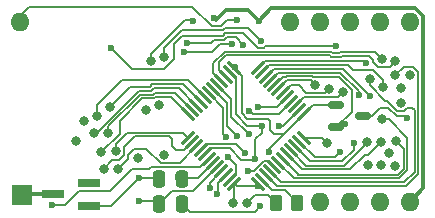
<source format=gbr>
%TF.GenerationSoftware,KiCad,Pcbnew,7.0.5-7.0.5~ubuntu20.04.1*%
%TF.CreationDate,2023-07-18T12:45:13+02:00*%
%TF.ProjectId,EpromEMU_TOP_new_STM32F3,4570726f-6d45-44d5-955f-544f505f6e65,rev?*%
%TF.SameCoordinates,Original*%
%TF.FileFunction,Copper,L2,Bot*%
%TF.FilePolarity,Positive*%
%FSLAX46Y46*%
G04 Gerber Fmt 4.6, Leading zero omitted, Abs format (unit mm)*
G04 Created by KiCad (PCBNEW 7.0.5-7.0.5~ubuntu20.04.1) date 2023-07-18 12:45:13*
%MOMM*%
%LPD*%
G01*
G04 APERTURE LIST*
G04 Aperture macros list*
%AMRoundRect*
0 Rectangle with rounded corners*
0 $1 Rounding radius*
0 $2 $3 $4 $5 $6 $7 $8 $9 X,Y pos of 4 corners*
0 Add a 4 corners polygon primitive as box body*
4,1,4,$2,$3,$4,$5,$6,$7,$8,$9,$2,$3,0*
0 Add four circle primitives for the rounded corners*
1,1,$1+$1,$2,$3*
1,1,$1+$1,$4,$5*
1,1,$1+$1,$6,$7*
1,1,$1+$1,$8,$9*
0 Add four rect primitives between the rounded corners*
20,1,$1+$1,$2,$3,$4,$5,0*
20,1,$1+$1,$4,$5,$6,$7,0*
20,1,$1+$1,$6,$7,$8,$9,0*
20,1,$1+$1,$8,$9,$2,$3,0*%
G04 Aperture macros list end*
%TA.AperFunction,ComponentPad*%
%ADD10C,0.800000*%
%TD*%
%TA.AperFunction,ComponentPad*%
%ADD11O,1.600000X1.600000*%
%TD*%
%TA.AperFunction,ComponentPad*%
%ADD12R,1.700000X1.700000*%
%TD*%
%TA.AperFunction,SMDPad,CuDef*%
%ADD13RoundRect,0.075000X0.415425X-0.521491X0.521491X-0.415425X-0.415425X0.521491X-0.521491X0.415425X0*%
%TD*%
%TA.AperFunction,SMDPad,CuDef*%
%ADD14RoundRect,0.075000X-0.415425X-0.521491X0.521491X0.415425X0.415425X0.521491X-0.521491X-0.415425X0*%
%TD*%
%TA.AperFunction,SMDPad,CuDef*%
%ADD15RoundRect,0.250000X-0.262500X-0.450000X0.262500X-0.450000X0.262500X0.450000X-0.262500X0.450000X0*%
%TD*%
%TA.AperFunction,SMDPad,CuDef*%
%ADD16R,1.900000X0.800000*%
%TD*%
%TA.AperFunction,SMDPad,CuDef*%
%ADD17RoundRect,0.150000X-0.512500X-0.150000X0.512500X-0.150000X0.512500X0.150000X-0.512500X0.150000X0*%
%TD*%
%TA.AperFunction,SMDPad,CuDef*%
%ADD18RoundRect,0.250000X-0.250000X-0.475000X0.250000X-0.475000X0.250000X0.475000X-0.250000X0.475000X0*%
%TD*%
%TA.AperFunction,SMDPad,CuDef*%
%ADD19RoundRect,0.250000X0.250000X0.475000X-0.250000X0.475000X-0.250000X-0.475000X0.250000X-0.475000X0*%
%TD*%
%TA.AperFunction,ViaPad*%
%ADD20C,0.600000*%
%TD*%
%TA.AperFunction,Conductor*%
%ADD21C,0.200000*%
%TD*%
%TA.AperFunction,Conductor*%
%ADD22C,0.300000*%
%TD*%
G04 APERTURE END LIST*
D10*
%TO.P,J40,1,Pin_1*%
%TO.N,/uA16*%
X111658400Y-95123000D03*
%TD*%
%TO.P,J39,1,Pin_1*%
%TO.N,/SWCLK*%
X127685800Y-93853000D03*
%TD*%
%TO.P,J38,1,Pin_1*%
%TO.N,/RX*%
X127863600Y-89281000D03*
%TD*%
%TO.P,J36,1,Pin_1*%
%TO.N,/TX*%
X126669800Y-88925400D03*
%TD*%
%TO.P,J37,1,Pin_1*%
%TO.N,/SWDIO*%
X128981200Y-89560400D03*
%TD*%
%TO.P,J34,1,Pin_1*%
%TO.N,/~{DOE}*%
X113893600Y-86563200D03*
%TD*%
%TO.P,J29,1,Pin_1*%
%TO.N,GND*%
X106375200Y-93649800D03*
%TD*%
%TO.P,J28,1,Pin_1*%
%TO.N,/BATT*%
X107111800Y-91948000D03*
%TD*%
D11*
%TO.P,U7,28,VCC*%
%TO.N,+5V*%
X101650800Y-83591400D03*
%TO.P,U7,19,D7*%
%TO.N,/ED7*%
X124510800Y-83591400D03*
%TO.P,U7,18,D6*%
%TO.N,/ED6*%
X127050800Y-83591400D03*
%TO.P,U7,17,D5*%
%TO.N,/ED5*%
X129590800Y-83591400D03*
%TO.P,U7,16,D4*%
%TO.N,/ED4*%
X132130800Y-83591400D03*
%TO.P,U7,15,D3*%
%TO.N,/ED3*%
X134670800Y-83591400D03*
%TO.P,U7,14,GND*%
%TO.N,GND*%
X134670800Y-98831400D03*
%TO.P,U7,13,D2*%
%TO.N,/ED2*%
X132130800Y-98831400D03*
%TO.P,U7,12,D1*%
%TO.N,/ED1*%
X129590800Y-98831400D03*
%TO.P,U7,11,D0*%
%TO.N,/ED0*%
X127050800Y-98831400D03*
%TD*%
D10*
%TO.P,J31,1,Pin_1*%
%TO.N,/~{OERAM}*%
X113868200Y-94843600D03*
%TD*%
%TO.P,J2,1,Pin_1*%
%TO.N,Net-(J2-Pin_1)*%
X120853200Y-98933000D03*
%TD*%
%TO.P,J32,1,Pin_1*%
%TO.N,/~{WERAM}*%
X113436400Y-90652600D03*
%TD*%
%TO.P,J26,1,Pin_1*%
%TO.N,/D6*%
X109267600Y-90779600D03*
%TD*%
%TO.P,J13,1,Pin_1*%
%TO.N,/A9*%
X133451600Y-88112600D03*
%TD*%
%TO.P,J9,1,Pin_1*%
%TO.N,/A5*%
X132232400Y-93726000D03*
%TD*%
%TO.P,J14,1,Pin_1*%
%TO.N,/A10*%
X132283200Y-86715600D03*
%TD*%
%TO.P,J15,1,Pin_1*%
%TO.N,/A11*%
X133451600Y-86944200D03*
%TD*%
%TO.P,J12,1,Pin_1*%
%TO.N,/A8*%
X131267200Y-88392000D03*
%TD*%
%TO.P,J24,1,Pin_1*%
%TO.N,/D4*%
X109143800Y-92989400D03*
%TD*%
%TO.P,J17,1,Pin_1*%
%TO.N,/A13*%
X132384800Y-89103200D03*
%TD*%
%TO.P,J8,1,Pin_1*%
%TO.N,/A4*%
X131038600Y-93751400D03*
%TD*%
%TO.P,J25,1,Pin_1*%
%TO.N,/D5*%
X107899200Y-92964000D03*
%TD*%
%TO.P,J22,1,Pin_1*%
%TO.N,/D2*%
X109778800Y-94513400D03*
%TD*%
%TO.P,J30,1,Pin_1*%
%TO.N,+3V3*%
X112776000Y-86868000D03*
%TD*%
%TO.P,J11,1,Pin_1*%
%TO.N,/A7*%
X132308600Y-91795600D03*
%TD*%
%TO.P,J23,1,Pin_1*%
%TO.N,/D3*%
X108508800Y-94640400D03*
%TD*%
%TO.P,J20,1,Pin_1*%
%TO.N,/D0*%
X109982000Y-96023800D03*
%TD*%
%TO.P,J10,1,Pin_1*%
%TO.N,/A6*%
X133477000Y-93700600D03*
%TD*%
%TO.P,J1,1,Pin_1*%
%TO.N,/A0*%
X133426200Y-95758000D03*
%TD*%
%TO.P,J21,1,Pin_1*%
%TO.N,/D1*%
X108762800Y-96012000D03*
%TD*%
%TO.P,J7,1,Pin_1*%
%TO.N,/A3*%
X132867400Y-94716600D03*
%TD*%
%TO.P,J16,1,Pin_1*%
%TO.N,/A12*%
X134645400Y-88087200D03*
%TD*%
%TO.P,J19,1,Pin_1*%
%TO.N,/A15*%
X133883400Y-90449400D03*
%TD*%
%TO.P,J27,1,Pin_1*%
%TO.N,/D7*%
X108199200Y-91567000D03*
%TD*%
%TO.P,J5,1,Pin_1*%
%TO.N,/A1*%
X131089400Y-95732600D03*
%TD*%
%TO.P,J33,1,Pin_1*%
%TO.N,/~{AOE}*%
X112318800Y-91033600D03*
%TD*%
%TO.P,J18,1,Pin_1*%
%TO.N,/A14*%
X133883400Y-89230200D03*
%TD*%
%TO.P,J6,1,Pin_1*%
%TO.N,/A2*%
X132257800Y-95732600D03*
%TD*%
D12*
%TO.P,J35,1,Pin_1*%
%TO.N,/~{extRST}*%
X101803200Y-98221800D03*
%TD*%
D13*
%TO.P,U1,48,VDD*%
%TO.N,+3V3*%
X121783973Y-97295125D03*
%TO.P,U1,47,VSS*%
%TO.N,GND*%
X122137527Y-96941571D03*
%TO.P,U1,46,PB9*%
%TO.N,/A9*%
X122491080Y-96588018D03*
%TO.P,U1,45,PB8*%
%TO.N,/A8*%
X122844634Y-96234464D03*
%TO.P,U1,44,BOOT0*%
%TO.N,Net-(J2-Pin_1)*%
X123198187Y-95880911D03*
%TO.P,U1,43,PB7*%
%TO.N,/A7*%
X123551740Y-95527358D03*
%TO.P,U1,42,PB6*%
%TO.N,/A6*%
X123905294Y-95173804D03*
%TO.P,U1,41,PB5*%
%TO.N,/A5*%
X124258847Y-94820251D03*
%TO.P,U1,40,PB4*%
%TO.N,/A4*%
X124612400Y-94466698D03*
%TO.P,U1,39,PB3*%
%TO.N,/A3*%
X124965954Y-94113144D03*
%TO.P,U1,38,PA15*%
%TO.N,Net-(Q2-G)*%
X125319507Y-93759591D03*
%TO.P,U1,37,PA14*%
%TO.N,/SWCLK*%
X125673061Y-93406037D03*
D14*
%TO.P,U1,36,VDD*%
%TO.N,+3V3*%
X125673061Y-91408461D03*
%TO.P,U1,35,VSS*%
%TO.N,GND*%
X125319507Y-91054907D03*
%TO.P,U1,34,PA13*%
%TO.N,/SWDIO*%
X124965954Y-90701354D03*
%TO.P,U1,33,PA12*%
%TO.N,/DP*%
X124612400Y-90347800D03*
%TO.P,U1,32,PA11*%
%TO.N,/DM*%
X124258847Y-89994247D03*
%TO.P,U1,31,PA10*%
%TO.N,/RX*%
X123905294Y-89640694D03*
%TO.P,U1,30,PA9*%
%TO.N,/TX*%
X123551740Y-89287140D03*
%TO.P,U1,29,PA8*%
%TO.N,/~{DISC}*%
X123198187Y-88933587D03*
%TO.P,U1,28,PB15*%
%TO.N,/A15*%
X122844634Y-88580034D03*
%TO.P,U1,27,PB14*%
%TO.N,/A14*%
X122491080Y-88226480D03*
%TO.P,U1,26,PB13*%
%TO.N,/A13*%
X122137527Y-87872927D03*
%TO.P,U1,25,PB12*%
%TO.N,/A12*%
X121783973Y-87519373D03*
D13*
%TO.P,U1,24,VDD*%
%TO.N,+3V3*%
X119786397Y-87519373D03*
%TO.P,U1,23,VSS*%
%TO.N,GND*%
X119432843Y-87872927D03*
%TO.P,U1,22,PB11*%
%TO.N,/A11*%
X119079290Y-88226480D03*
%TO.P,U1,21,PB10*%
%TO.N,/A10*%
X118725736Y-88580034D03*
%TO.P,U1,20,PB2*%
%TO.N,/A2*%
X118372183Y-88933587D03*
%TO.P,U1,19,PB1*%
%TO.N,/A1*%
X118018630Y-89287140D03*
%TO.P,U1,18,PB0*%
%TO.N,/A0*%
X117665076Y-89640694D03*
%TO.P,U1,17,PA7*%
%TO.N,/D7*%
X117311523Y-89994247D03*
%TO.P,U1,16,PA6*%
%TO.N,/D6*%
X116957970Y-90347800D03*
%TO.P,U1,15,PA5*%
%TO.N,/D5*%
X116604416Y-90701354D03*
%TO.P,U1,14,PA4*%
%TO.N,/D4*%
X116250863Y-91054907D03*
%TO.P,U1,13,PA3*%
%TO.N,/D3*%
X115897309Y-91408461D03*
D14*
%TO.P,U1,12,PA2*%
%TO.N,/D2*%
X115897309Y-93406037D03*
%TO.P,U1,11,PA1*%
%TO.N,/D1*%
X116250863Y-93759591D03*
%TO.P,U1,10,PA0*%
%TO.N,/D0*%
X116604416Y-94113144D03*
%TO.P,U1,9,VDDA*%
%TO.N,+3V3*%
X116957970Y-94466698D03*
%TO.P,U1,8,VSSA*%
%TO.N,GND*%
X117311523Y-94820251D03*
%TO.P,U1,7,NRST*%
%TO.N,/~{sRST}*%
X117665076Y-95173804D03*
%TO.P,U1,6,PF1*%
%TO.N,/OSC1*%
X118018630Y-95527358D03*
%TO.P,U1,5,PF0*%
%TO.N,/OSC0*%
X118372183Y-95880911D03*
%TO.P,U1,4,PC15*%
%TO.N,/~{AOE}*%
X118725736Y-96234464D03*
%TO.P,U1,3,PC14*%
%TO.N,/~{OERAM}*%
X119079290Y-96588018D03*
%TO.P,U1,2,PC13*%
%TO.N,/~{WERAM}*%
X119432843Y-96941571D03*
%TO.P,U1,1,VBAT*%
%TO.N,+3V3*%
X119786397Y-97295125D03*
%TD*%
D15*
%TO.P,R6,1*%
%TO.N,Net-(J2-Pin_1)*%
X123318900Y-98907600D03*
%TO.P,R6,2*%
%TO.N,GND*%
X125143900Y-98907600D03*
%TD*%
D16*
%TO.P,Q2,1,G*%
%TO.N,Net-(Q2-G)*%
X107494200Y-97246400D03*
%TO.P,Q2,2,S*%
%TO.N,GND*%
X107494200Y-99146400D03*
%TO.P,Q2,3,D*%
%TO.N,/~{extRST}*%
X104494200Y-98196400D03*
%TD*%
D17*
%TO.P,Q1,1,G*%
%TO.N,/~{DISC}*%
X128458800Y-92491600D03*
%TO.P,Q1,2,S*%
%TO.N,+3V3*%
X128458800Y-90591600D03*
%TO.P,Q1,3,D*%
%TO.N,Net-(Q1-D)*%
X130733800Y-91541600D03*
%TD*%
D10*
%TO.P,J3,1,Pin_1*%
%TO.N,+3V3*%
X119684800Y-98958400D03*
%TD*%
D18*
%TO.P,C3,1*%
%TO.N,/OSC0*%
X113451600Y-98983800D03*
%TO.P,C3,2*%
%TO.N,GND*%
X115351600Y-98983800D03*
%TD*%
D19*
%TO.P,C1,1*%
%TO.N,/OSC1*%
X115341400Y-96926400D03*
%TO.P,C1,2*%
%TO.N,GND*%
X113441400Y-96926400D03*
%TD*%
D20*
%TO.N,Net-(J4-D+)*%
X109374300Y-85826600D03*
%TO.N,/~{sRST}*%
X104348200Y-99065902D03*
%TO.N,+3V3*%
X120675400Y-94665800D03*
%TO.N,GND*%
X107494200Y-99146400D03*
X121996200Y-99187000D03*
X115351600Y-98729800D03*
X111710200Y-96777100D03*
%TO.N,/OSC0*%
X111710200Y-98739200D03*
%TO.N,/OSC1*%
X115010200Y-96739192D03*
%TO.N,Net-(Q2-G)*%
X107494200Y-97246400D03*
%TO.N,/DP*%
X115544600Y-86182200D03*
%TO.N,/DM*%
X115773200Y-85394800D03*
%TO.N,+5V*%
X120045387Y-83464387D03*
%TO.N,GND*%
X121869200Y-83515200D03*
%TO.N,Net-(J4-D+)*%
X128417483Y-85663450D03*
%TO.N,/~{DISC}*%
X129159000Y-92278200D03*
%TO.N,Net-(Q1-D)*%
X134416800Y-91770200D03*
%TO.N,/DM*%
X120548400Y-85509000D03*
%TO.N,/DP*%
X119634000Y-85496400D03*
X121081801Y-91119400D03*
%TO.N,/DM*%
X121816834Y-90792400D03*
%TO.N,/~{AOE}*%
X117747501Y-97640800D03*
%TO.N,/~{OERAM}*%
X118337076Y-98197923D03*
%TO.N,/~{WERAM}*%
X119292235Y-95020165D03*
%TO.N,/~{DOE}*%
X122043329Y-85182000D03*
%TO.N,+3V3*%
X119880211Y-87434589D03*
%TO.N,Net-(J2-Pin_1)*%
X120929400Y-96189800D03*
%TO.N,GND*%
X125143900Y-98907600D03*
X121596294Y-95208501D03*
%TO.N,Net-(Q2-G)*%
X128778000Y-94615000D03*
%TO.N,+3V3*%
X122708917Y-94642337D03*
X121809098Y-97516369D03*
%TO.N,/A0*%
X119103877Y-93341942D03*
%TO.N,GND*%
X123621800Y-92418300D03*
%TO.N,/A15*%
X130343200Y-89805239D03*
%TO.N,/A14*%
X131274959Y-89831848D03*
%TO.N,/A12*%
X130986559Y-87092000D03*
%TO.N,GND*%
X122115428Y-92379082D03*
%TO.N,/A2*%
X121019269Y-93103802D03*
%TO.N,/A1*%
X120040400Y-93243400D03*
%TO.N,/A3*%
X129921000Y-93878400D03*
%TO.N,GND*%
X118109801Y-83245400D03*
%TO.N,+3V3*%
X116309044Y-83527974D03*
%TD*%
D21*
%TO.N,+3V3*%
X119786397Y-87519373D02*
X120450000Y-88182976D01*
X122690882Y-91779082D02*
X122859800Y-91948000D01*
X120450000Y-88182976D02*
X120450000Y-91336352D01*
X120450000Y-91336352D02*
X120892730Y-91779082D01*
X120892730Y-91779082D02*
X122690882Y-91779082D01*
X122859800Y-91948000D02*
X122859800Y-92773078D01*
X122859800Y-92773078D02*
X123152322Y-93065600D01*
X123152322Y-93065600D02*
X124015922Y-93065600D01*
%TO.N,GND*%
X125319507Y-91054907D02*
X123956114Y-92418300D01*
X123956114Y-92418300D02*
X123621800Y-92418300D01*
X119945781Y-88385865D02*
X119945781Y-91421581D01*
%TO.N,/A2*%
X119535600Y-90097004D02*
X119535600Y-91620133D01*
X119535600Y-91620133D02*
X121019269Y-93103802D01*
%TO.N,GND*%
X121596294Y-95208501D02*
X121596294Y-93499122D01*
X119432843Y-87872927D02*
X119945781Y-88385865D01*
X119945781Y-91421581D02*
X120903282Y-92379082D01*
%TO.N,/A2*%
X118372183Y-88933587D02*
X119535600Y-90097004D01*
%TO.N,GND*%
X122115428Y-92979988D02*
X122115428Y-92379082D01*
X121596294Y-93499122D02*
X122115428Y-92979988D01*
X120903282Y-92379082D02*
X122115428Y-92379082D01*
%TO.N,/A0*%
X117665076Y-89640694D02*
X118881600Y-90857218D01*
%TO.N,+3V3*%
X117470908Y-93953760D02*
X119963360Y-93953760D01*
%TO.N,/A1*%
X118018630Y-89287140D02*
X119208600Y-90477110D01*
X119208600Y-90477110D02*
X119208600Y-92411600D01*
X119208600Y-92411600D02*
X120040400Y-93243400D01*
%TO.N,+3V3*%
X116957970Y-94466698D02*
X117470908Y-93953760D01*
X119963360Y-93953760D02*
X120675400Y-94665800D01*
%TO.N,/A0*%
X118881600Y-93119665D02*
X119103877Y-93341942D01*
X118881600Y-90857218D02*
X118881600Y-93119665D01*
%TO.N,Net-(Q2-G)*%
X128320800Y-95072200D02*
X128778000Y-94615000D01*
X126632116Y-95072200D02*
X128320800Y-95072200D01*
X125319507Y-93759591D02*
X126632116Y-95072200D01*
%TO.N,/A3*%
X126252010Y-95399200D02*
X128967691Y-95399200D01*
X128967691Y-95399200D02*
X129921000Y-94445891D01*
X124965954Y-94113144D02*
X126252010Y-95399200D01*
%TO.N,/A4*%
X131038600Y-93837929D02*
X131038600Y-93751400D01*
X125903702Y-95758000D02*
X129118529Y-95758000D01*
X129118529Y-95758000D02*
X131038600Y-93837929D01*
X124612400Y-94466698D02*
X125903702Y-95758000D01*
%TO.N,/A3*%
X129921000Y-94445891D02*
X129921000Y-93878400D01*
%TO.N,/A8*%
X132591850Y-90300200D02*
X131267200Y-88975550D01*
%TO.N,/A15*%
X126559696Y-87890400D02*
X126567696Y-87898400D01*
X122844634Y-88580034D02*
X123524868Y-87899800D01*
X126567696Y-87898400D02*
X128771598Y-87898400D01*
X130343200Y-89470002D02*
X130343200Y-89805239D01*
%TO.N,/~{DISC}*%
X123904974Y-88226800D02*
X124149632Y-88226800D01*
%TO.N,/A15*%
X123524868Y-87899800D02*
X124014184Y-87899800D01*
%TO.N,/~{DISC}*%
X124149632Y-88226800D02*
X124159032Y-88217400D01*
%TO.N,/A8*%
X134438350Y-90884400D02*
X134173350Y-91149400D01*
X132744250Y-90300200D02*
X132591850Y-90300200D01*
%TO.N,/A14*%
X123878736Y-87572800D02*
X123888136Y-87563400D01*
%TO.N,/~{DISC}*%
X124159032Y-88217400D02*
X126424248Y-88217400D01*
%TO.N,/A8*%
X135074000Y-91075952D02*
X134882448Y-90884400D01*
%TO.N,/A14*%
X126703144Y-87571400D02*
X129014511Y-87571400D01*
%TO.N,/A8*%
X123775834Y-97171800D02*
X134207296Y-97171800D01*
%TO.N,/A14*%
X123888136Y-87563400D02*
X126695144Y-87563400D01*
%TO.N,/A8*%
X134207296Y-97171800D02*
X135074000Y-96305096D01*
X135074000Y-96305096D02*
X135074000Y-91075952D01*
%TO.N,/A14*%
X126695144Y-87563400D02*
X126703144Y-87571400D01*
%TO.N,/~{DISC}*%
X126424248Y-88217400D02*
X126432248Y-88225400D01*
%TO.N,/A8*%
X134882448Y-90884400D02*
X134438350Y-90884400D01*
%TO.N,/A14*%
X129014511Y-87571400D02*
X131274959Y-89831848D01*
%TO.N,/A15*%
X124014184Y-87899800D02*
X124023584Y-87890400D01*
%TO.N,/A14*%
X123144760Y-87572800D02*
X123878736Y-87572800D01*
%TO.N,/A8*%
X133593450Y-91149400D02*
X132744250Y-90300200D01*
%TO.N,/A14*%
X122491080Y-88226480D02*
X123144760Y-87572800D01*
%TO.N,/~{DISC}*%
X129743200Y-89332450D02*
X129743200Y-91207200D01*
X123198187Y-88933587D02*
X123904974Y-88226800D01*
%TO.N,/A8*%
X123775834Y-97165664D02*
X123775834Y-97171800D01*
%TO.N,/A15*%
X128771598Y-87898400D02*
X130343200Y-89470002D01*
%TO.N,/~{DISC}*%
X126432248Y-88225400D02*
X128636150Y-88225400D01*
%TO.N,/A8*%
X122844634Y-96234464D02*
X123775834Y-97165664D01*
X134173350Y-91149400D02*
X133593450Y-91149400D01*
%TO.N,/~{DISC}*%
X128636150Y-88225400D02*
X129743200Y-89332450D01*
X129743200Y-91207200D02*
X128458800Y-92491600D01*
%TO.N,/A15*%
X124023584Y-87890400D02*
X126559696Y-87890400D01*
%TO.N,/A8*%
X131267200Y-88975550D02*
X131267200Y-88392000D01*
%TO.N,/~{sRST}*%
X117665076Y-95173804D02*
X116928480Y-95910400D01*
X116928480Y-95910400D02*
X112776000Y-95910400D01*
X112776000Y-95910400D02*
X112623600Y-96062800D01*
X112623600Y-96062800D02*
X111125000Y-96062800D01*
X111125000Y-96062800D02*
X109245400Y-97942400D01*
X109245400Y-97942400D02*
X106638200Y-97942400D01*
X106638200Y-97942400D02*
X105514698Y-99065902D01*
X105514698Y-99065902D02*
X104348200Y-99065902D01*
%TO.N,GND*%
X113441400Y-96926400D02*
X113292100Y-96777100D01*
X113292100Y-96777100D02*
X111710200Y-96777100D01*
X107494200Y-99146400D02*
X109340900Y-99146400D01*
X109340900Y-99146400D02*
X111710200Y-96777100D01*
%TO.N,/D0*%
X109982000Y-96023800D02*
X110820200Y-95185600D01*
X110820200Y-95185600D02*
X110820200Y-94843600D01*
X110820200Y-94843600D02*
X111328200Y-94335600D01*
X111328200Y-94335600D02*
X112355400Y-94335600D01*
X112355400Y-94335600D02*
X113563400Y-95543600D01*
X113563400Y-95543600D02*
X115173960Y-95543600D01*
X115173960Y-95543600D02*
X116604416Y-94113144D01*
%TO.N,/D1*%
X114514400Y-94143600D02*
X114833400Y-94462600D01*
X108762800Y-96012000D02*
X109451000Y-95323800D01*
X110493200Y-94840400D02*
X110493200Y-94180000D01*
X109451000Y-95323800D02*
X110009800Y-95323800D01*
X110493200Y-94180000D02*
X111379000Y-93294200D01*
X114833400Y-94462600D02*
X115547854Y-94462600D01*
X111379000Y-93294200D02*
X114274600Y-93294200D01*
X114274600Y-93294200D02*
X114514400Y-93534000D01*
X110009800Y-95323800D02*
X110493200Y-94840400D01*
X114514400Y-93534000D02*
X114514400Y-94143600D01*
X115547854Y-94462600D02*
X116250863Y-93759591D01*
%TO.N,/D2*%
X115458472Y-92967200D02*
X110759315Y-92967200D01*
X115897309Y-93406037D02*
X115458472Y-92967200D01*
X109778800Y-93947715D02*
X109778800Y-94513400D01*
X110759315Y-92967200D02*
X109778800Y-93947715D01*
%TO.N,/D7*%
X117311523Y-89994247D02*
X115866276Y-88549000D01*
X115866276Y-88549000D02*
X110308250Y-88549000D01*
X110308250Y-88549000D02*
X108199200Y-90658050D01*
X108199200Y-90658050D02*
X108199200Y-91567000D01*
%TO.N,/D6*%
X116957970Y-90347800D02*
X115486170Y-88876000D01*
X115486170Y-88876000D02*
X112846392Y-88876000D01*
X112846392Y-88876000D02*
X112631992Y-89090400D01*
X112631992Y-89090400D02*
X110956800Y-89090400D01*
X110956800Y-89090400D02*
X109267600Y-90779600D01*
%TO.N,/D3*%
X111970696Y-90071400D02*
X110096300Y-91945796D01*
%TO.N,/D5*%
X116604416Y-90701354D02*
X115106062Y-89203000D01*
X112981840Y-89203000D02*
X112767440Y-89417400D01*
%TO.N,/D4*%
X112902888Y-89744400D02*
X111835248Y-89744400D01*
%TO.N,/D3*%
X114407848Y-89919000D02*
X113190736Y-89919000D01*
%TO.N,/D4*%
X116250863Y-91054907D02*
X114787956Y-89592000D01*
X114787956Y-89592000D02*
X113055288Y-89592000D01*
X109143800Y-92435848D02*
X109143800Y-92989400D01*
X113055288Y-89592000D02*
X112902888Y-89744400D01*
X111835248Y-89744400D02*
X109143800Y-92435848D01*
%TO.N,/D3*%
X115897309Y-91408461D02*
X114407848Y-89919000D01*
X113190736Y-89919000D02*
X113038336Y-90071400D01*
X113038336Y-90071400D02*
X111970696Y-90071400D01*
X110096300Y-93052900D02*
X108508800Y-94640400D01*
X110096300Y-91945796D02*
X110096300Y-93052900D01*
%TO.N,/D5*%
X115106062Y-89203000D02*
X112981840Y-89203000D01*
X112767440Y-89417400D02*
X111699800Y-89417400D01*
X111699800Y-89417400D02*
X108153200Y-92964000D01*
X108153200Y-92964000D02*
X107899200Y-92964000D01*
%TO.N,Net-(J4-D+)*%
X113878750Y-87568000D02*
X112598200Y-87568000D01*
X111115700Y-87568000D02*
X109374300Y-85826600D01*
X112598200Y-87568000D02*
X111115700Y-87568000D01*
%TO.N,/OSC1*%
X116128800Y-96822030D02*
X115445770Y-96822030D01*
X115445770Y-96822030D02*
X115341400Y-96926400D01*
%TO.N,/OSC0*%
X118372183Y-95880911D02*
X116310694Y-97942400D01*
X116310694Y-97942400D02*
X114493000Y-97942400D01*
X114493000Y-97942400D02*
X113451600Y-98983800D01*
X113207000Y-98739200D02*
X111710200Y-98739200D01*
%TO.N,GND*%
X121524800Y-99658400D02*
X121996200Y-99187000D01*
X115351600Y-98983800D02*
X116026200Y-99658400D01*
%TO.N,/OSC0*%
X113451600Y-98983800D02*
X113207000Y-98739200D01*
%TO.N,GND*%
X116026200Y-99658400D02*
X121524800Y-99658400D01*
%TO.N,Net-(J2-Pin_1)*%
X121463524Y-96189800D02*
X120929400Y-96189800D01*
X122685249Y-95367973D02*
X122285351Y-95367973D01*
X123198187Y-95880911D02*
X122685249Y-95367973D01*
X122285351Y-95367973D02*
X121463524Y-96189800D01*
%TO.N,GND*%
X117824774Y-94307000D02*
X119427600Y-94307000D01*
X119427600Y-94307000D02*
X120392800Y-95272200D01*
X121532595Y-95272200D02*
X121596294Y-95208501D01*
X117311523Y-94820251D02*
X117824774Y-94307000D01*
X120392800Y-95272200D02*
X121532595Y-95272200D01*
%TO.N,+3V3*%
X122708917Y-94372605D02*
X122708917Y-94642337D01*
X124015922Y-93065600D02*
X122708917Y-94372605D01*
%TO.N,/~{WERAM}*%
X119945781Y-95673711D02*
X119292235Y-95020165D01*
X119945781Y-96428633D02*
X119945781Y-95673711D01*
X119432843Y-96941571D02*
X119945781Y-96428633D01*
D22*
%TO.N,/~{extRST}*%
X104494200Y-98196400D02*
X101828600Y-98196400D01*
X101828600Y-98196400D02*
X101803200Y-98221800D01*
D21*
%TO.N,/OSC1*%
X115093038Y-96822030D02*
X115010200Y-96739192D01*
X116128800Y-96822030D02*
X115093038Y-96822030D01*
%TO.N,+3V3*%
X120007641Y-97516369D02*
X121809098Y-97516369D01*
X121783973Y-97295125D02*
X121783973Y-97491244D01*
X119786397Y-97295125D02*
X120007641Y-97516369D01*
X121783973Y-97491244D02*
X121809098Y-97516369D01*
%TO.N,Net-(J2-Pin_1)*%
X122636300Y-98225000D02*
X121561200Y-98225000D01*
X123318900Y-98907600D02*
X122636300Y-98225000D01*
X121561200Y-98225000D02*
X120853200Y-98933000D01*
%TO.N,/OSC1*%
X116723958Y-96822030D02*
X116128800Y-96822030D01*
X118018630Y-95527358D02*
X116723958Y-96822030D01*
%TO.N,+5V*%
X120045387Y-83464387D02*
X119227613Y-83464387D01*
X119227613Y-83464387D02*
X118719600Y-83972400D01*
X101650800Y-83108800D02*
X101650800Y-83591400D01*
X118719600Y-83972400D02*
X117932200Y-83972400D01*
X117932200Y-83972400D02*
X116259800Y-82300000D01*
X116259800Y-82300000D02*
X102459600Y-82300000D01*
X102459600Y-82300000D02*
X101650800Y-83108800D01*
%TO.N,/DP*%
X118198900Y-85864700D02*
X117881400Y-86182200D01*
X118198900Y-85864700D02*
X118567200Y-85496400D01*
X117881400Y-86182200D02*
X115544600Y-86182200D01*
%TO.N,/DM*%
X118084656Y-85105800D02*
X117795656Y-85394800D01*
X117795656Y-85394800D02*
X115773200Y-85394800D01*
%TO.N,+3V3*%
X115613915Y-83464400D02*
X116372600Y-83464400D01*
%TO.N,Net-(J4-D+)*%
X115393352Y-84778800D02*
X114684200Y-85487952D01*
X119057096Y-84559800D02*
X118838096Y-84778800D01*
X122291858Y-85782000D02*
X121794800Y-85782000D01*
X122410408Y-85663450D02*
X122291858Y-85782000D01*
X128417483Y-85663450D02*
X122410408Y-85663450D01*
%TO.N,/~{DOE}*%
X115384904Y-84299400D02*
X118855048Y-84299400D01*
%TO.N,Net-(J4-D+)*%
X114684200Y-85487952D02*
X114684200Y-86762550D01*
%TO.N,/~{DOE}*%
X118855048Y-84299400D02*
X119007448Y-84147000D01*
X113893600Y-86563200D02*
X113893600Y-85790704D01*
%TO.N,+3V3*%
X112776000Y-86868000D02*
X112776000Y-86302315D01*
%TO.N,/~{DOE}*%
X121008329Y-84147000D02*
X122043329Y-85182000D01*
%TO.N,Net-(J4-D+)*%
X120572600Y-84559800D02*
X119057096Y-84559800D01*
%TO.N,+3V3*%
X112776000Y-86302315D02*
X115613915Y-83464400D01*
%TO.N,Net-(J4-D+)*%
X114684200Y-86762550D02*
X113878750Y-87568000D01*
X118838096Y-84778800D02*
X115393352Y-84778800D01*
%TO.N,/~{DOE}*%
X119007448Y-84147000D02*
X121008329Y-84147000D01*
X113893600Y-85790704D02*
X115384904Y-84299400D01*
%TO.N,Net-(J4-D+)*%
X121794800Y-85782000D02*
X120572600Y-84559800D01*
%TO.N,/A11*%
X131586559Y-86843471D02*
X131586559Y-87008909D01*
X131235088Y-86492000D02*
X131586559Y-86843471D01*
X128899910Y-86492000D02*
X131235088Y-86492000D01*
X128033506Y-86590450D02*
X128801460Y-86590450D01*
%TO.N,/A10*%
X131732600Y-86165000D02*
X132283200Y-86715600D01*
%TO.N,/A11*%
X127879056Y-86436000D02*
X128033506Y-86590450D01*
%TO.N,/A10*%
X128764462Y-86165000D02*
X131732600Y-86165000D01*
%TO.N,/A11*%
X118541800Y-87020400D02*
X119126200Y-86436000D01*
%TO.N,/DM*%
X118973544Y-85105800D02*
X119192544Y-84886800D01*
%TO.N,/A11*%
X119079290Y-88226480D02*
X118541800Y-87688990D01*
X128801460Y-86590450D02*
X128899910Y-86492000D01*
%TO.N,/A10*%
X118725736Y-88580034D02*
X118033800Y-87888098D01*
%TO.N,/DM*%
X119192544Y-84886800D02*
X119926200Y-84886800D01*
%TO.N,/A10*%
X118990752Y-86109000D02*
X128014504Y-86109000D01*
X128014504Y-86109000D02*
X128168954Y-86263450D01*
X128168954Y-86263450D02*
X128666012Y-86263450D01*
X128666012Y-86263450D02*
X128764462Y-86165000D01*
X118033800Y-87065952D02*
X118990752Y-86109000D01*
%TO.N,/DM*%
X119926200Y-84886800D02*
X120548400Y-85509000D01*
%TO.N,/A11*%
X118541800Y-87688990D02*
X118541800Y-87020400D01*
%TO.N,/DM*%
X118084656Y-85105800D02*
X118973544Y-85105800D01*
%TO.N,/A11*%
X119126200Y-86436000D02*
X127879056Y-86436000D01*
%TO.N,/A10*%
X118033800Y-87888098D02*
X118033800Y-87065952D01*
%TO.N,/A11*%
X131586559Y-87008909D02*
X131993250Y-87415600D01*
X131993250Y-87415600D02*
X132980200Y-87415600D01*
X132980200Y-87415600D02*
X133451600Y-86944200D01*
D22*
%TO.N,GND*%
X134670800Y-98831400D02*
X135820800Y-97681400D01*
X135820800Y-83115054D02*
X135147146Y-82441400D01*
X122917600Y-82441400D02*
X121869200Y-83489800D01*
X135820800Y-97681400D02*
X135820800Y-83115054D01*
X121869200Y-83489800D02*
X121869200Y-83515200D01*
X135147146Y-82441400D02*
X122917600Y-82441400D01*
D21*
%TO.N,/DP*%
X118567200Y-85496400D02*
X119634000Y-85496400D01*
D22*
%TO.N,GND*%
X118272600Y-83464400D02*
X119110800Y-82626200D01*
X119110800Y-82626200D02*
X120980200Y-82626200D01*
X120980200Y-82626200D02*
X121869200Y-83515200D01*
D21*
%TO.N,/A13*%
X129881400Y-87692000D02*
X131557150Y-87692000D01*
%TO.N,/A12*%
X121783973Y-87519373D02*
X122393946Y-86909400D01*
X127890008Y-86909400D02*
X127898058Y-86917450D01*
X130803959Y-86909400D02*
X130986559Y-87092000D01*
X127898058Y-86917450D02*
X128936908Y-86917450D01*
%TO.N,/A13*%
X127762610Y-87244450D02*
X129433850Y-87244450D01*
%TO.N,/A12*%
X128936908Y-86917450D02*
X128944958Y-86909400D01*
%TO.N,/A13*%
X122137527Y-87872927D02*
X122774054Y-87236400D01*
%TO.N,/A12*%
X128944958Y-86909400D02*
X130803959Y-86909400D01*
%TO.N,/A13*%
X127754560Y-87236400D02*
X127762610Y-87244450D01*
X129433850Y-87244450D02*
X129881400Y-87692000D01*
X132384800Y-88519650D02*
X132384800Y-89103200D01*
X131557150Y-87692000D02*
X132384800Y-88519650D01*
X122774054Y-87236400D02*
X127754560Y-87236400D01*
%TO.N,/A12*%
X122393946Y-86909400D02*
X127890008Y-86909400D01*
%TO.N,/RX*%
X123905294Y-89640694D02*
X124569788Y-88976200D01*
X124569788Y-88976200D02*
X125247400Y-88976200D01*
X125247400Y-88976200D02*
X125907800Y-89636600D01*
X125907800Y-89636600D02*
X127508000Y-89636600D01*
X127508000Y-89636600D02*
X127863600Y-89281000D01*
%TO.N,/TX*%
X123551740Y-89287140D02*
X124294480Y-88544400D01*
X124294480Y-88544400D02*
X126288800Y-88544400D01*
X126288800Y-88544400D02*
X126669800Y-88925400D01*
%TO.N,/SWDIO*%
X124965954Y-90701354D02*
X125675108Y-89992200D01*
X125675108Y-89992200D02*
X128549400Y-89992200D01*
X128549400Y-89992200D02*
X128981200Y-89560400D01*
%TO.N,/~{DISC}*%
X128458800Y-92491600D02*
X128945600Y-92491600D01*
X128945600Y-92491600D02*
X129159000Y-92278200D01*
%TO.N,+3V3*%
X128458800Y-90591600D02*
X126489922Y-90591600D01*
X126489922Y-90591600D02*
X125673061Y-91408461D01*
%TO.N,Net-(Q1-D)*%
X132156200Y-90881200D02*
X132862802Y-90881200D01*
X130733800Y-91541600D02*
X131495800Y-91541600D01*
X131495800Y-91541600D02*
X132156200Y-90881200D01*
%TO.N,/SWCLK*%
X125673061Y-93406037D02*
X127238837Y-93406037D01*
X127238837Y-93406037D02*
X127685800Y-93853000D01*
%TO.N,Net-(Q1-D)*%
X133858000Y-91592400D02*
X134239000Y-91592400D01*
X134239000Y-91592400D02*
X134416800Y-91770200D01*
X132862802Y-90881200D02*
X133574002Y-91592400D01*
X133574002Y-91592400D02*
X133858000Y-91592400D01*
%TO.N,/A9*%
X122491080Y-96588018D02*
X123395726Y-97492664D01*
X135401000Y-96440544D02*
X135401000Y-87826800D01*
X123395726Y-97498800D02*
X134342744Y-97498800D01*
X134342744Y-97498800D02*
X135401000Y-96440544D01*
X135401000Y-87826800D02*
X134961400Y-87387200D01*
X134177000Y-87387200D02*
X133451600Y-88112600D01*
X123395726Y-97492664D02*
X123395726Y-97498800D01*
X134961400Y-87387200D02*
X134177000Y-87387200D01*
%TO.N,+3V3*%
X119871181Y-87434589D02*
X119880211Y-87434589D01*
X119786397Y-87519373D02*
X119871181Y-87434589D01*
%TO.N,/DP*%
X124612400Y-90347800D02*
X123567800Y-91392400D01*
X123567800Y-91392400D02*
X121354801Y-91392400D01*
X121354801Y-91392400D02*
X121081801Y-91119400D01*
%TO.N,/DM*%
X123460694Y-90792400D02*
X121816834Y-90792400D01*
X124258847Y-89994247D02*
X123460694Y-90792400D01*
%TO.N,/~{AOE}*%
X118725736Y-96234464D02*
X117747501Y-97212699D01*
X117747501Y-97212699D02*
X117747501Y-97640800D01*
%TO.N,/~{OERAM}*%
X118456000Y-97211308D02*
X118456000Y-98078999D01*
X119079290Y-96588018D02*
X118456000Y-97211308D01*
X118456000Y-98078999D02*
X118337076Y-98197923D01*
%TO.N,+3V3*%
X119786397Y-97295125D02*
X119786397Y-98856803D01*
X119786397Y-98856803D02*
X119684800Y-98958400D01*
%TO.N,GND*%
X122051842Y-96941571D02*
X122137527Y-96941571D01*
X122137527Y-96941571D02*
X123021756Y-97825800D01*
X123021756Y-97825800D02*
X124062100Y-97825800D01*
X124062100Y-97825800D02*
X125143900Y-98907600D01*
%TO.N,+3V3*%
X124015922Y-93065600D02*
X125673061Y-91408461D01*
%TO.N,/A5*%
X131089400Y-94869000D02*
X132232400Y-93726000D01*
X129624648Y-96085000D02*
X130840648Y-94869000D01*
X130840648Y-94869000D02*
X131089400Y-94869000D01*
X125523596Y-96085000D02*
X129624648Y-96085000D01*
X124258847Y-94820251D02*
X125523596Y-96085000D01*
%TO.N,/A6*%
X125243154Y-96517800D02*
X125243154Y-96511664D01*
X125243154Y-96511664D02*
X123905294Y-95173804D01*
%TO.N,/A7*%
X124863046Y-96844800D02*
X124863046Y-96838664D01*
X124863046Y-96838664D02*
X123551740Y-95527358D01*
X124863046Y-96844800D02*
X133791798Y-96844800D01*
X134464400Y-96172198D02*
X134464400Y-93385715D01*
X132874285Y-91795600D02*
X132308600Y-91795600D01*
X134464400Y-93385715D02*
X132874285Y-91795600D01*
X133791798Y-96844800D02*
X134464400Y-96172198D01*
%TO.N,/A6*%
X134137400Y-96036750D02*
X134137400Y-94361000D01*
X125243154Y-96517800D02*
X133656350Y-96517800D01*
X133656350Y-96517800D02*
X134137400Y-96036750D01*
X134137400Y-94361000D02*
X133477000Y-93700600D01*
%TD*%
M02*

</source>
